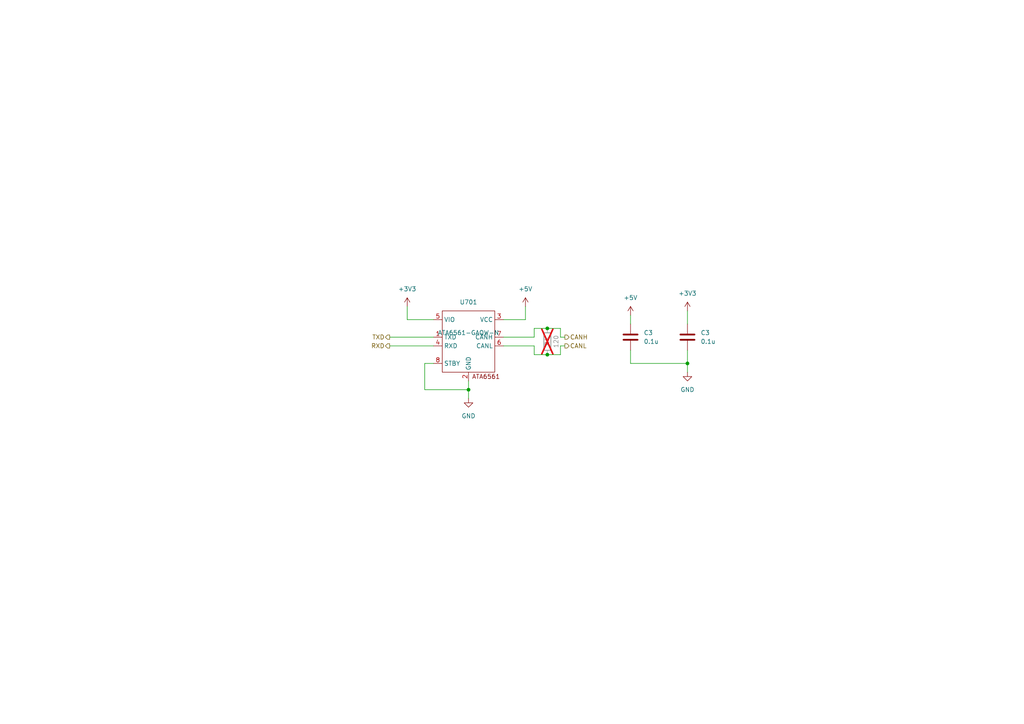
<source format=kicad_sch>
(kicad_sch (version 20230121) (generator eeschema)
  (paper "A4")
  (lib_symbols
    (symbol "Device:C" (pin_numbers hide) (pin_names (offset 0.254))
      (property "Reference" "C" (at 0.635 2.54 0))
      (property "Value" "C" (at 0.635 -2.54 0))
      (symbol "C_0_1"
        (polyline (pts (xy -2.032 -0.762) (xy 2.032 -0.762)) (stroke (width 0.508)))
        (polyline (pts (xy -2.032 0.762) (xy 2.032 0.762)) (stroke (width 0.508)))
      )
      (symbol "C_1_1"
        (pin passive line (at 0 3.81 270) (length 2.794) (name "~") (number "1"))
        (pin passive line (at 0 -3.81 90) (length 2.794) (name "~") (number "2"))
      )
    )
    (symbol "Device:R" (pin_numbers hide) (pin_names (offset 0))
      (property "Reference" "R" (at 2.032 0 90))
      (property "Value" "R" (at 0 0 90))
      (symbol "R_0_1"
        (rectangle (start -1.016 -2.54) (end 1.016 2.54) (stroke (width 0.254)))
      )
      (symbol "R_1_1"
        (pin passive line (at 0 3.81 270) (length 1.27) (name "~") (number "1"))
        (pin passive line (at 0 -3.81 90) (length 1.27) (name "~") (number "2"))
      )
    )
    (symbol "ESC:ATA6561"
      (property "Reference" "U" (at -6.35 7.62 0))
      (symbol "ATA6561_0_0"
        (pin unspecified line (at -10.16 -1.27 0) (length 2.54) (name "TXD") (number "1"))
        (pin unspecified line (at 0 -13.97 90) (length 2.54) (name "GND") (number "2"))
        (pin unspecified line (at 10.16 3.81 180) (length 2.54) (name "VCC") (number "3"))
        (pin unspecified line (at -10.16 -3.81 0) (length 2.54) (name "RXD") (number "4"))
        (pin unspecified line (at 10.16 -3.81 180) (length 2.54) (name "CANL") (number "6"))
        (pin unspecified line (at 10.16 -1.27 180) (length 2.54) (name "CANH") (number "7"))
        (pin unspecified line (at -10.16 -8.89 0) (length 2.54) (name "STBY") (number "8"))
      )
      (symbol "ATA6561_0_1"
        (rectangle (start -7.62 6.35) (end 7.62 -11.43))
      )
      (symbol "ATA6561_1_0"
        (pin unspecified line (at -10.16 3.81 0) (length 2.54) (name "VIO") (number "5"))
      )
      (symbol "ATA6561_1_1"
        (text "ATA6561\n" (at 5.08 -12.7 0) (effects (font (size 1.27 1.27))))
      )
    )
    (symbol "power:+3V3" (power) (pin_names (offset 0))
      (property "Value" "+3V3" (at 0 3.556 0))
      (symbol "+3V3_0_1"
        (polyline (pts (xy -0.762 1.27) (xy 0 2.54)))
        (polyline (pts (xy 0 0) (xy 0 2.54)))
        (polyline (pts (xy 0 2.54) (xy 0.762 1.27)))
      )
      (symbol "+3V3_1_1"
        (pin power_in line (at 0 0 90) (length 0) hide (name "+3V3") (number "1"))
      )
    )
    (symbol "power:+5V" (power) (pin_names (offset 0))
      (property "Value" "+5V" (at 0 3.556 0))
      (symbol "+5V_0_1"
        (polyline (pts (xy -0.762 1.27) (xy 0 2.54)))
        (polyline (pts (xy 0 0) (xy 0 2.54)))
        (polyline (pts (xy 0 2.54) (xy 0.762 1.27)))
      )
      (symbol "+5V_1_1"
        (pin power_in line (at 0 0 90) (length 0) hide (name "+5V") (number "1"))
      )
    )
    (symbol "power:GND" (power) (pin_names (offset 0))
      (property "Value" "GND" (at 0 -3.81 0))
      (symbol "GND_0_1"
        (polyline (pts (xy 0 0) (xy 0 -1.27) (xy 1.27 -1.27) (xy 0 -2.54) (xy -1.27 -1.27) (xy 0 -1.27)))
      )
      (symbol "GND_1_1"
        (pin power_in line (at 0 0 270) (length 0) hide (name "GND") (number "1"))
      )
    )
  )
  (junction (at 199.39 105.41))
  (junction (at 158.75 102.87))
  (junction (at 135.89 113.03))
  (junction (at 158.75 95.25))
  (wire (pts (xy 162.56 97.79) (xy 162.56 95.25)))
  (wire (pts (xy 113.03 100.33) (xy 125.73 100.33)))
  (wire (pts (xy 199.39 101.6) (xy 199.39 105.41)))
  (wire (pts (xy 154.94 102.87) (xy 158.75 102.87)))
  (wire (pts (xy 162.56 95.25) (xy 158.75 95.25)))
  (wire (pts (xy 182.88 101.6) (xy 182.88 105.41)))
  (wire (pts (xy 199.39 105.41) (xy 199.39 107.95)))
  (wire (pts (xy 163.83 100.33) (xy 162.56 100.33)))
  (wire (pts (xy 123.19 105.41) (xy 123.19 113.03)))
  (wire (pts (xy 152.4 88.9) (xy 152.4 92.71)))
  (wire (pts (xy 162.56 102.87) (xy 158.75 102.87)))
  (wire (pts (xy 152.4 92.71) (xy 146.05 92.71)))
  (wire (pts (xy 154.94 95.25) (xy 154.94 97.79)))
  (wire (pts (xy 154.94 95.25) (xy 158.75 95.25)))
  (wire (pts (xy 125.73 105.41) (xy 123.19 105.41)))
  (wire (pts (xy 135.89 113.03) (xy 135.89 115.57)))
  (wire (pts (xy 154.94 102.87) (xy 154.94 100.33)))
  (wire (pts (xy 135.89 110.49) (xy 135.89 113.03)))
  (wire (pts (xy 118.11 92.71) (xy 125.73 92.71)))
  (wire (pts (xy 162.56 100.33) (xy 162.56 102.87)))
  (wire (pts (xy 182.88 91.44) (xy 182.88 93.98)))
  (wire (pts (xy 154.94 100.33) (xy 146.05 100.33)))
  (wire (pts (xy 182.88 105.41) (xy 199.39 105.41)))
  (wire (pts (xy 199.39 90.17) (xy 199.39 93.98)))
  (wire (pts (xy 123.19 113.03) (xy 135.89 113.03)))
  (wire (pts (xy 154.94 97.79) (xy 146.05 97.79)))
  (wire (pts (xy 162.56 97.79) (xy 163.83 97.79)))
  (wire (pts (xy 113.03 97.79) (xy 125.73 97.79)))
  (wire (pts (xy 118.11 88.9) (xy 118.11 92.71)))
  (hierarchical_label "RXD" (shape output) (at 113.03 100.33 180))
  (hierarchical_label "CANL" (shape output) (at 163.83 100.33 0))
  (hierarchical_label "TXD" (shape output) (at 113.03 97.79 180))
  (hierarchical_label "CANH" (shape output) (at 163.83 97.79 0))
  (symbol (lib_id "Device:C") (at 182.88 97.79 0) (unit 1)
    (property "Reference" "C3" (at 186.69 96.52 0) (effects (justify left)))
    (property "Value" "0.1u" (at 186.69 99.06 0) (effects (justify left)))
    (property "Footprint" "Capacitor_SMD:C_0402_1005Metric_Pad0.74x0.62mm_HandSolder" (effects hide))
    (instances (project "go-kart-esc" (path "" (reference "C3") (unit 1)) (path "" (reference "C11") (unit 1)) (path "" (reference "C701") (unit 1))))
  )
  (symbol (lib_id "power:+3V3") (at 199.39 90.17 0) (unit 1)
    (property "Reference" "#PWR08" (effects hide))
    (property "Value" "+3V3" (at 199.39 85.09 0))
    (instances (project "go-kart-esc" (path "" (reference "#PWR08") (unit 1)) (path "" (reference "#PWR06") (unit 1)) (path "" (reference "#PWR030") (unit 1)) (path "" (reference "#PWR0705") (unit 1))))
  )
  (symbol (lib_id "ESC:ATA6561") (at 135.89 96.52 0) (unit 1)
    (property "Reference" "U701" (at 135.89 87.63 0))
    (property "Value" "ATA6561-GAQW-N" (at 135.89 96.52 0))
    (property "Footprint" "Package_SO:SOIC-8-1EP_3.9x4.9mm_P1.27mm_EP2.41x3.3mm" (effects hide))
  )
  (symbol (lib_id "power:GND") (at 135.89 115.57 0) (unit 1)
    (property "Reference" "#PWR01" (effects hide))
    (property "Value" "GND" (at 135.89 120.65 0))
    (instances (project "go-kart-esc" (path "" (reference "#PWR01") (unit 1)) (path "" (reference "#PWR010") (unit 1)) (path "" (reference "#PWR069") (unit 1)) (path "" (reference "#PWR0702") (unit 1))))
  )
  (symbol (lib_id "power:GND") (at 199.39 107.95 0) (unit 1)
    (property "Reference" "#PWR01" (effects hide))
    (property "Value" "GND" (at 199.39 113.03 0))
    (instances (project "go-kart-esc" (path "" (reference "#PWR01") (unit 1)) (path "" (reference "#PWR010") (unit 1)) (path "" (reference "#PWR069") (unit 1)) (path "" (reference "#PWR0706") (unit 1))))
  )
  (symbol (lib_id "power:+5V") (at 152.4 88.9 0) (unit 1)
    (property "Reference" "#PWR0703" (effects hide))
    (property "Value" "+5V" (at 152.4 83.82 0))
  )
  (symbol (lib_id "power:+5V") (at 182.88 91.44 0) (unit 1)
    (property "Reference" "#PWR0704" (effects hide))
    (property "Value" "+5V" (at 182.88 86.36 0))
  )
  (symbol (lib_id "Device:C") (at 199.39 97.79 0) (unit 1)
    (property "Reference" "C3" (at 203.2 96.52 0) (effects (justify left)))
    (property "Value" "0.1u" (at 203.2 99.06 0) (effects (justify left)))
    (property "Footprint" "Capacitor_SMD:C_0402_1005Metric_Pad0.74x0.62mm_HandSolder" (effects hide))
    (instances (project "go-kart-esc" (path "" (reference "C3") (unit 1)) (path "" (reference "C11") (unit 1)) (path "" (reference "C702") (unit 1))))
  )
  (symbol (lib_id "power:+3V3") (at 118.11 88.9 0) (unit 1)
    (property "Reference" "#PWR08" (effects hide))
    (property "Value" "+3V3" (at 118.11 83.82 0))
    (instances (project "go-kart-esc" (path "" (reference "#PWR08") (unit 1)) (path "" (reference "#PWR06") (unit 1)) (path "" (reference "#PWR030") (unit 1)) (path "" (reference "#PWR0701") (unit 1))))
  )
  (symbol (lib_id "Device:R") (at 158.75 99.06 180) (unit 1) (dnp yes)
    (property "Reference" "R4" (at 158.75 99.06 90))
    (property "Value" "120" (at 161.29 99.06 90))
    (property "Footprint" "Resistor_SMD:R_0402_1005Metric_Pad0.72x0.64mm_HandSolder" (effects hide))
    (instances (project "go-kart-esc" (path "" (reference "R4") (unit 1)) (path "" (reference "R17") (unit 1)) (path "" (reference "R701") (unit 1))) (project "simulation" (path "" (reference "R3") (unit 1))))
  )
)
</source>
